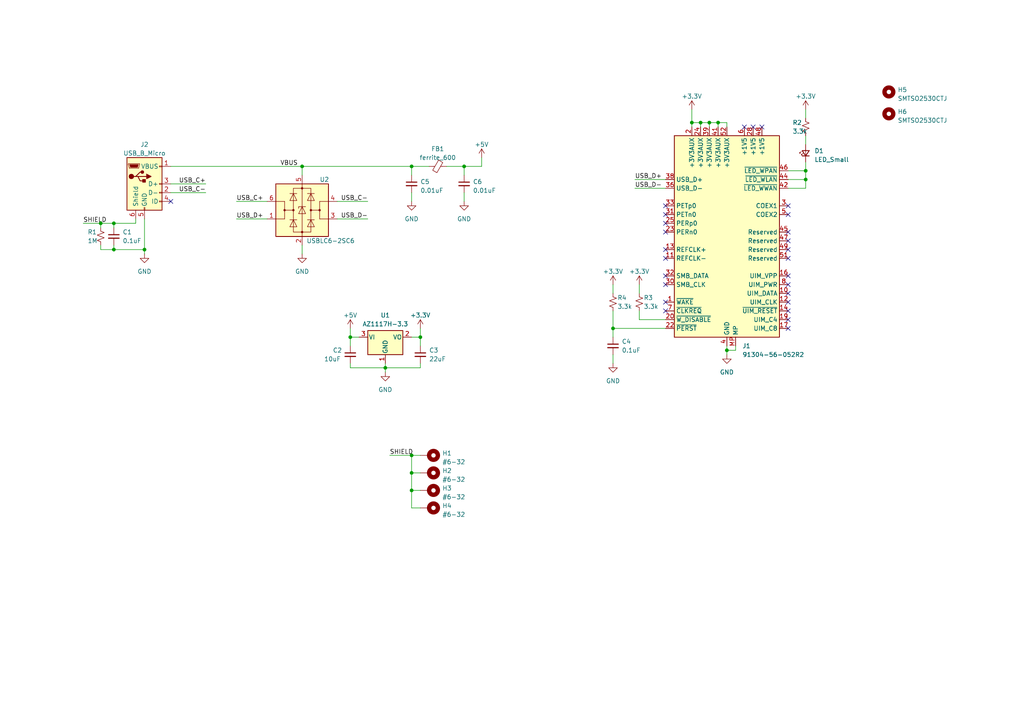
<source format=kicad_sch>
(kicad_sch (version 20230121) (generator eeschema)
  (paper "A4")
  (lib_symbols
    (symbol "Connector:Bus_PCI_Express_Mini"
      (property "Reference" "J" (at -16.51 31.75 0))
      (property "Value" "Bus_PCI_Express_Mini" (at 22.86 31.75 0))
      (symbol "Bus_PCI_Express_Mini_0_1"
        (rectangle (start -15.24 30.48) (end 15.24 -27.94) (stroke (width 0.254)) (fill (type background)))
      )
      (symbol "Bus_PCI_Express_Mini_1_1"
        (pin open_collector line (at -17.78 -17.78 0) (length 2.54) (name "~{WAKE}") (number "1"))
        (pin bidirectional line (at 17.78 -15.24 180) (length 2.54) (name "UIM_DATA") (number "10"))
        (pin input line (at -17.78 -5.08 0) (length 2.54) (name "REFCLK-") (number "11"))
        (pin output line (at 17.78 -17.78 180) (length 2.54) (name "UIM_CLK") (number "12"))
        (pin input line (at -17.78 -2.54 0) (length 2.54) (name "REFCLK+") (number "13"))
        (pin output line (at 17.78 -20.32 180) (length 2.54) (name "~{UIM_RESET}") (number "14"))
        (pin passive line (at 0 -30.48 90) (length 2.54) hide (name "GND") (number "15"))
        (pin power_out line (at 17.78 -10.16 180) (length 2.54) (name "UIM_VPP") (number "16"))
        (pin passive line (at 17.78 -25.4 180) (length 2.54) (name "UIM_C8") (number "17"))
        (pin passive line (at 0 -30.48 90) (length 2.54) hide (name "GND") (number "18"))
        (pin passive line (at 17.78 -22.86 180) (length 2.54) (name "UIM_C4") (number "19"))
        (pin power_in line (at -10.16 33.02 270) (length 2.54) (name "+3V3AUX") (number "2"))
        (pin input line (at -17.78 -22.86 0) (length 2.54) (name "~{W_DISABLE}") (number "20"))
        (pin passive line (at 0 -30.48 90) (length 2.54) hide (name "GND") (number "21"))
        (pin input line (at -17.78 -25.4 0) (length 2.54) (name "~{PERST}") (number "22"))
        (pin output line (at -17.78 2.54 0) (length 2.54) (name "PERn0") (number "23"))
        (pin power_in line (at -7.62 33.02 270) (length 2.54) (name "+3V3AUX") (number "24"))
        (pin output line (at -17.78 5.08 0) (length 2.54) (name "PERp0") (number "25"))
        (pin passive line (at 0 -30.48 90) (length 2.54) hide (name "GND") (number "26"))
        (pin passive line (at 0 -30.48 90) (length 2.54) hide (name "GND") (number "27"))
        (pin power_in line (at 7.62 33.02 270) (length 2.54) (name "+1V5") (number "28"))
        (pin passive line (at 0 -30.48 90) (length 2.54) hide (name "GND") (number "29"))
        (pin passive line (at 17.78 10.16 180) (length 2.54) (name "COEX1") (number "3"))
        (pin input line (at -17.78 -12.7 0) (length 2.54) (name "SMB_CLK") (number "30"))
        (pin input line (at -17.78 7.62 0) (length 2.54) (name "PETn0") (number "31"))
        (pin bidirectional line (at -17.78 -10.16 0) (length 2.54) (name "SMB_DATA") (number "32"))
        (pin input line (at -17.78 10.16 0) (length 2.54) (name "PETp0") (number "33"))
        (pin passive line (at 0 -30.48 90) (length 2.54) hide (name "GND") (number "34"))
        (pin passive line (at 0 -30.48 90) (length 2.54) hide (name "GND") (number "35"))
        (pin bidirectional line (at -17.78 15.24 0) (length 2.54) (name "USB_D-") (number "36"))
        (pin passive line (at 0 -30.48 90) (length 2.54) hide (name "GND") (number "37"))
        (pin bidirectional line (at -17.78 17.78 0) (length 2.54) (name "USB_D+") (number "38"))
        (pin power_in line (at -5.08 33.02 270) (length 2.54) (name "+3V3AUX") (number "39"))
        (pin power_in line (at 0 -30.48 90) (length 2.54) (name "GND") (number "4"))
        (pin passive line (at 0 -30.48 90) (length 2.54) hide (name "GND") (number "40"))
        (pin power_in line (at -2.54 33.02 270) (length 2.54) (name "+3V3AUX") (number "41"))
        (pin open_collector line (at 17.78 15.24 180) (length 2.54) (name "~{LED_WWAN}") (number "42"))
        (pin passive line (at 0 -30.48 90) (length 2.54) hide (name "GND") (number "43"))
        (pin open_collector line (at 17.78 17.78 180) (length 2.54) (name "~{LED_WLAN}") (number "44"))
        (pin passive line (at 17.78 2.54 180) (length 2.54) (name "Reserved") (number "45"))
        (pin open_collector line (at 17.78 20.32 180) (length 2.54) (name "~{LED_WPAN}") (number "46"))
        (pin passive line (at 17.78 0 180) (length 2.54) (name "Reserved") (number "47"))
        (pin power_in line (at 10.16 33.02 270) (length 2.54) (name "+1V5") (number "48"))
        (pin passive line (at 17.78 -2.54 180) (length 2.54) (name "Reserved") (number "49"))
        (pin passive line (at 17.78 7.62 180) (length 2.54) (name "COEX2") (number "5"))
        (pin passive line (at 0 -30.48 90) (length 2.54) hide (name "GND") (number "50"))
        (pin passive line (at 17.78 -5.08 180) (length 2.54) (name "Reserved") (number "51"))
        (pin power_in line (at 0 33.02 270) (length 2.54) (name "+3V3AUX") (number "52"))
        (pin power_in line (at 5.08 33.02 270) (length 2.54) (name "+1V5") (number "6"))
        (pin open_collector line (at -17.78 -20.32 0) (length 2.54) (name "~{CLKREQ}") (number "7"))
        (pin power_out line (at 17.78 -12.7 180) (length 2.54) (name "UIM_PWR") (number "8"))
        (pin passive line (at 0 -30.48 90) (length 2.54) hide (name "GND") (number "9"))
        (pin passive line (at 2.54 -30.48 90) (length 2.54) (name "MP") (number "MP"))
      )
    )
    (symbol "Connector:USB_B_Micro" (pin_names (offset 1.016))
      (property "Reference" "J" (at -5.08 11.43 0))
      (property "Value" "USB_B_Micro" (at -5.08 8.89 0))
      (symbol "USB_B_Micro_0_1"
        (rectangle (start -5.08 -7.62) (end 5.08 7.62) (stroke (width 0.254)) (fill (type background)))
        (circle (center -3.81 2.159) (radius 0.635) (stroke (width 0.254)) (fill (type outline)))
        (circle (center -0.635 3.429) (radius 0.381) (stroke (width 0.254)) (fill (type outline)))
        (rectangle (start -0.127 -7.62) (end 0.127 -6.858))
        (polyline (pts (xy -1.905 2.159) (xy 0.635 2.159)) (stroke (width 0.254)))
        (polyline (pts (xy -3.175 2.159) (xy -2.54 2.159) (xy -1.27 3.429) (xy -0.635 3.429)) (stroke (width 0.254)))
        (polyline (pts (xy -2.54 2.159) (xy -1.905 2.159) (xy -1.27 0.889) (xy 0 0.889)) (stroke (width 0.254)))
        (polyline (pts (xy 0.635 2.794) (xy 0.635 1.524) (xy 1.905 2.159) (xy 0.635 2.794)) (stroke (width 0.254)) (fill (type outline)))
        (polyline (pts (xy -4.318 5.588) (xy -1.778 5.588) (xy -2.032 4.826) (xy -4.064 4.826) (xy -4.318 5.588)) (fill (type outline)))
        (polyline (pts (xy -4.699 5.842) (xy -4.699 5.588) (xy -4.445 4.826) (xy -4.445 4.572) (xy -1.651 4.572) (xy -1.651 4.826) (xy -1.397 5.588) (xy -1.397 5.842) (xy -4.699 5.842)))
        (rectangle (start 0.254 1.27) (end -0.508 0.508) (stroke (width 0.254)) (fill (type outline)))
        (rectangle (start 5.08 -5.207) (end 4.318 -4.953))
        (rectangle (start 5.08 -2.667) (end 4.318 -2.413))
        (rectangle (start 5.08 -0.127) (end 4.318 0.127))
        (rectangle (start 5.08 4.953) (end 4.318 5.207))
      )
      (symbol "USB_B_Micro_1_1"
        (pin power_out line (at 7.62 5.08 180) (length 2.54) (name "VBUS") (number "1"))
        (pin bidirectional line (at 7.62 -2.54 180) (length 2.54) (name "D-") (number "2"))
        (pin bidirectional line (at 7.62 0 180) (length 2.54) (name "D+") (number "3"))
        (pin passive line (at 7.62 -5.08 180) (length 2.54) (name "ID") (number "4"))
        (pin power_out line (at 0 -10.16 90) (length 2.54) (name "GND") (number "5"))
        (pin passive line (at -2.54 -10.16 90) (length 2.54) (name "Shield") (number "6"))
      )
    )
    (symbol "Device:C_Small" (pin_numbers hide) (pin_names (offset 0.254) hide)
      (property "Reference" "C" (at 0.254 1.778 0))
      (property "Value" "C_Small" (at 0.254 -2.032 0))
      (symbol "C_Small_0_1"
        (polyline (pts (xy -1.524 -0.508) (xy 1.524 -0.508)) (stroke (width 0.3302)))
        (polyline (pts (xy -1.524 0.508) (xy 1.524 0.508)) (stroke (width 0.3048)))
      )
      (symbol "C_Small_1_1"
        (pin passive line (at 0 2.54 270) (length 2.032) (name "~") (number "1"))
        (pin passive line (at 0 -2.54 90) (length 2.032) (name "~") (number "2"))
      )
    )
    (symbol "Device:FerriteBead_Small" (pin_numbers hide) (pin_names (offset 0))
      (property "Reference" "FB" (at 1.905 1.27 0))
      (property "Value" "FerriteBead_Small" (at 1.905 -1.27 0))
      (symbol "FerriteBead_Small_0_1"
        (polyline (pts (xy 0 -1.27) (xy 0 -0.7874)))
        (polyline (pts (xy 0 0.889) (xy 0 1.2954)))
        (polyline (pts (xy -1.8288 0.2794) (xy -1.1176 1.4986) (xy 1.8288 -0.2032) (xy 1.1176 -1.4224) (xy -1.8288 0.2794)))
      )
      (symbol "FerriteBead_Small_1_1"
        (pin passive line (at 0 2.54 270) (length 1.27) (name "~") (number "1"))
        (pin passive line (at 0 -2.54 90) (length 1.27) (name "~") (number "2"))
      )
    )
    (symbol "Device:LED_Small" (pin_numbers hide) (pin_names (offset 0.254) hide)
      (property "Reference" "D" (at -1.27 3.175 0))
      (property "Value" "LED_Small" (at -4.445 -2.54 0))
      (symbol "LED_Small_0_1"
        (polyline (pts (xy -0.762 -1.016) (xy -0.762 1.016)) (stroke (width 0.254)))
        (polyline (pts (xy 1.016 0) (xy -0.762 0)))
        (polyline (pts (xy 0.762 -1.016) (xy -0.762 0) (xy 0.762 1.016) (xy 0.762 -1.016)) (stroke (width 0.254)))
        (polyline (pts (xy 0 0.762) (xy -0.508 1.27) (xy -0.254 1.27) (xy -0.508 1.27) (xy -0.508 1.016)))
        (polyline (pts (xy 0.508 1.27) (xy 0 1.778) (xy 0.254 1.778) (xy 0 1.778) (xy 0 1.524)))
      )
      (symbol "LED_Small_1_1"
        (pin passive line (at -2.54 0 0) (length 1.778) (name "K") (number "1"))
        (pin passive line (at 2.54 0 180) (length 1.778) (name "A") (number "2"))
      )
    )
    (symbol "Device:R_Small_US" (pin_numbers hide) (pin_names (offset 0.254) hide)
      (property "Reference" "R" (at 0.762 0.508 0))
      (property "Value" "R_Small_US" (at 0.762 -1.016 0))
      (symbol "R_Small_US_1_1"
        (polyline (pts (xy 0 0) (xy 1.016 -0.381) (xy 0 -0.762) (xy -1.016 -1.143) (xy 0 -1.524)))
        (polyline (pts (xy 0 1.524) (xy 1.016 1.143) (xy 0 0.762) (xy -1.016 0.381) (xy 0 0)))
        (pin passive line (at 0 2.54 270) (length 1.016) (name "~") (number "1"))
        (pin passive line (at 0 -2.54 90) (length 1.016) (name "~") (number "2"))
      )
    )
    (symbol "Mechanical:MountingHole" (pin_names (offset 1.016))
      (property "Reference" "H" (at 0 5.08 0))
      (property "Value" "MountingHole" (at 0 3.175 0))
      (symbol "MountingHole_0_1"
        (circle (center 0 0) (radius 1.27) (stroke (width 1.27)))
      )
    )
    (symbol "Mechanical:MountingHole_Pad" (pin_numbers hide) (pin_names (offset 1.016) hide)
      (property "Reference" "H" (at 0 6.35 0))
      (property "Value" "MountingHole_Pad" (at 0 4.445 0))
      (symbol "MountingHole_Pad_0_1"
        (circle (center 0 1.27) (radius 1.27) (stroke (width 1.27)))
      )
      (symbol "MountingHole_Pad_1_1"
        (pin input line (at 0 -2.54 90) (length 2.54) (name "1") (number "1"))
      )
    )
    (symbol "Power_Protection:USBLC6-2SC6" (pin_names hide)
      (property "Reference" "U" (at 2.54 8.89 0))
      (property "Value" "USBLC6-2SC6" (at 2.54 -8.89 0))
      (symbol "USBLC6-2SC6_0_1"
        (rectangle (start -7.62 -7.62) (end 7.62 7.62) (stroke (width 0.254)) (fill (type background)))
        (circle (center -5.08 0) (radius 0.254) (fill (type outline)))
        (circle (center -2.54 0) (radius 0.254) (fill (type outline)))
        (rectangle (start -2.54 6.35) (end 2.54 -6.35))
        (circle (center 0 -6.35) (radius 0.254) (fill (type outline)))
        (polyline (pts (xy -5.08 -2.54) (xy -7.62 -2.54)))
        (polyline (pts (xy -5.08 0) (xy -5.08 -2.54)))
        (polyline (pts (xy -5.08 2.54) (xy -7.62 2.54)))
        (polyline (pts (xy -1.524 -2.794) (xy -3.556 -2.794)))
        (polyline (pts (xy -1.524 4.826) (xy -3.556 4.826)))
        (polyline (pts (xy 0 -7.62) (xy 0 -6.35)))
        (polyline (pts (xy 0 -6.35) (xy 0 1.27)))
        (polyline (pts (xy 0 1.27) (xy 0 6.35)))
        (polyline (pts (xy 0 6.35) (xy 0 7.62)))
        (polyline (pts (xy 1.524 -2.794) (xy 3.556 -2.794)))
        (polyline (pts (xy 1.524 4.826) (xy 3.556 4.826)))
        (polyline (pts (xy 5.08 -2.54) (xy 7.62 -2.54)))
        (polyline (pts (xy 5.08 0) (xy 5.08 -2.54)))
        (polyline (pts (xy 5.08 2.54) (xy 7.62 2.54)))
        (polyline (pts (xy -2.54 0) (xy -5.08 0) (xy -5.08 2.54)))
        (polyline (pts (xy 2.54 0) (xy 5.08 0) (xy 5.08 2.54)))
        (polyline (pts (xy -3.556 -4.826) (xy -1.524 -4.826) (xy -2.54 -2.794) (xy -3.556 -4.826)))
        (polyline (pts (xy -3.556 2.794) (xy -1.524 2.794) (xy -2.54 4.826) (xy -3.556 2.794)))
        (polyline (pts (xy -1.016 -1.016) (xy 1.016 -1.016) (xy 0 1.016) (xy -1.016 -1.016)))
        (polyline (pts (xy 1.016 1.016) (xy 0.762 1.016) (xy -1.016 1.016) (xy -1.016 0.508)))
        (polyline (pts (xy 3.556 -4.826) (xy 1.524 -4.826) (xy 2.54 -2.794) (xy 3.556 -4.826)))
        (polyline (pts (xy 3.556 2.794) (xy 1.524 2.794) (xy 2.54 4.826) (xy 3.556 2.794)))
        (circle (center 0 6.35) (radius 0.254) (fill (type outline)))
        (circle (center 2.54 0) (radius 0.254) (fill (type outline)))
        (circle (center 5.08 0) (radius 0.254) (fill (type outline)))
      )
      (symbol "USBLC6-2SC6_1_1"
        (pin passive line (at -10.16 -2.54 0) (length 2.54) (name "I/O1") (number "1"))
        (pin passive line (at 0 -10.16 90) (length 2.54) (name "GND") (number "2"))
        (pin passive line (at 10.16 -2.54 180) (length 2.54) (name "I/O2") (number "3"))
        (pin passive line (at 10.16 2.54 180) (length 2.54) (name "I/O2") (number "4"))
        (pin passive line (at 0 10.16 270) (length 2.54) (name "VBUS") (number "5"))
        (pin passive line (at -10.16 2.54 0) (length 2.54) (name "I/O1") (number "6"))
      )
    )
    (symbol "Regulator_Linear:AZ1117-3.3" (pin_names (offset 0.254))
      (property "Reference" "U" (at -3.81 3.175 0))
      (property "Value" "AZ1117-3.3" (at 0 3.175 0))
      (symbol "AZ1117-3.3_0_1"
        (rectangle (start -5.08 1.905) (end 5.08 -5.08) (stroke (width 0.254)) (fill (type background)))
      )
      (symbol "AZ1117-3.3_1_1"
        (pin power_in line (at 0 -7.62 90) (length 2.54) (name "GND") (number "1"))
        (pin power_out line (at 7.62 0 180) (length 2.54) (name "VO") (number "2"))
        (pin power_in line (at -7.62 0 0) (length 2.54) (name "VI") (number "3"))
      )
    )
    (symbol "power:+3.3V" (power) (pin_names (offset 0))
      (property "Value" "+3.3V" (at 0 3.556 0))
      (symbol "+3.3V_0_1"
        (polyline (pts (xy -0.762 1.27) (xy 0 2.54)))
        (polyline (pts (xy 0 0) (xy 0 2.54)))
        (polyline (pts (xy 0 2.54) (xy 0.762 1.27)))
      )
      (symbol "+3.3V_1_1"
        (pin power_in line (at 0 0 90) (length 0) hide (name "+3.3V") (number "1"))
      )
    )
    (symbol "power:+5V" (power) (pin_names (offset 0))
      (property "Value" "+5V" (at 0 3.556 0))
      (symbol "+5V_0_1"
        (polyline (pts (xy -0.762 1.27) (xy 0 2.54)))
        (polyline (pts (xy 0 0) (xy 0 2.54)))
        (polyline (pts (xy 0 2.54) (xy 0.762 1.27)))
      )
      (symbol "+5V_1_1"
        (pin power_in line (at 0 0 90) (length 0) hide (name "+5V") (number "1"))
      )
    )
    (symbol "power:GND" (power) (pin_names (offset 0))
      (property "Value" "GND" (at 0 -3.81 0))
      (symbol "GND_0_1"
        (polyline (pts (xy 0 0) (xy 0 -1.27) (xy 1.27 -1.27) (xy 0 -2.54) (xy -1.27 -1.27) (xy 0 -1.27)))
      )
      (symbol "GND_1_1"
        (pin power_in line (at 0 0 270) (length 0) hide (name "GND") (number "1"))
      )
    )
  )
  (junction (at 119.38 132.08))
  (junction (at 29.21 64.77))
  (junction (at 200.66 35.56))
  (junction (at 33.02 72.39))
  (junction (at 119.38 142.24))
  (junction (at 203.2 35.56))
  (junction (at 205.74 35.56))
  (junction (at 233.68 49.53))
  (junction (at 121.92 97.79))
  (junction (at 111.76 106.68))
  (junction (at 101.6 97.79))
  (junction (at 33.02 64.77))
  (junction (at 208.28 35.56))
  (junction (at 134.62 48.26))
  (junction (at 119.38 48.26))
  (junction (at 119.38 137.16))
  (junction (at 210.82 101.6))
  (junction (at 177.8 95.25))
  (junction (at 233.68 52.07))
  (junction (at 41.91 72.39))
  (junction (at 87.63 48.26))
  (no_connect (at 228.6 82.55))
  (no_connect (at 193.04 90.17))
  (no_connect (at 228.6 74.93))
  (no_connect (at 193.04 82.55))
  (no_connect (at 193.04 74.93))
  (no_connect (at 228.6 72.39))
  (no_connect (at 193.04 87.63))
  (no_connect (at 228.6 62.23))
  (no_connect (at 193.04 67.31))
  (no_connect (at 193.04 59.69))
  (no_connect (at 228.6 69.85))
  (no_connect (at 49.53 58.42))
  (no_connect (at 215.9 36.83))
  (no_connect (at 193.04 80.01))
  (no_connect (at 228.6 80.01))
  (no_connect (at 228.6 67.31))
  (no_connect (at 193.04 72.39))
  (no_connect (at 193.04 62.23))
  (no_connect (at 228.6 85.09))
  (no_connect (at 220.98 36.83))
  (no_connect (at 218.44 36.83))
  (no_connect (at 228.6 59.69))
  (no_connect (at 228.6 92.71))
  (no_connect (at 228.6 90.17))
  (no_connect (at 193.04 64.77))
  (no_connect (at 228.6 87.63))
  (no_connect (at 228.6 95.25))
  (wire (pts (xy 87.63 71.12) (xy 87.63 73.66)))
  (wire (pts (xy 129.54 48.26) (xy 134.62 48.26)))
  (wire (pts (xy 29.21 72.39) (xy 33.02 72.39)))
  (wire (pts (xy 177.8 102.87) (xy 177.8 105.41)))
  (wire (pts (xy 121.92 95.25) (xy 121.92 97.79)))
  (wire (pts (xy 97.79 58.42) (xy 106.68 58.42)))
  (wire (pts (xy 185.42 92.71) (xy 185.42 90.17)))
  (wire (pts (xy 205.74 35.56) (xy 205.74 36.83)))
  (wire (pts (xy 233.68 54.61) (xy 233.68 52.07)))
  (wire (pts (xy 228.6 54.61) (xy 233.68 54.61)))
  (wire (pts (xy 33.02 71.12) (xy 33.02 72.39)))
  (wire (pts (xy 29.21 64.77) (xy 29.21 66.04)))
  (wire (pts (xy 119.38 142.24) (xy 119.38 147.32)))
  (wire (pts (xy 208.28 35.56) (xy 205.74 35.56)))
  (wire (pts (xy 121.92 97.79) (xy 121.92 100.33)))
  (wire (pts (xy 184.15 54.61) (xy 193.04 54.61)))
  (wire (pts (xy 39.37 64.77) (xy 33.02 64.77)))
  (wire (pts (xy 33.02 64.77) (xy 33.02 66.04)))
  (wire (pts (xy 101.6 105.41) (xy 101.6 106.68)))
  (wire (pts (xy 210.82 35.56) (xy 208.28 35.56)))
  (wire (pts (xy 233.68 31.75) (xy 233.68 34.29)))
  (wire (pts (xy 68.58 63.5) (xy 77.47 63.5)))
  (wire (pts (xy 184.15 52.07) (xy 193.04 52.07)))
  (wire (pts (xy 228.6 52.07) (xy 233.68 52.07)))
  (wire (pts (xy 233.68 52.07) (xy 233.68 49.53)))
  (wire (pts (xy 200.66 35.56) (xy 200.66 36.83)))
  (wire (pts (xy 193.04 92.71) (xy 185.42 92.71)))
  (wire (pts (xy 134.62 48.26) (xy 134.62 50.8)))
  (wire (pts (xy 101.6 97.79) (xy 104.14 97.79)))
  (wire (pts (xy 208.28 35.56) (xy 208.28 36.83)))
  (wire (pts (xy 29.21 71.12) (xy 29.21 72.39)))
  (wire (pts (xy 97.79 63.5) (xy 106.68 63.5)))
  (wire (pts (xy 113.03 132.08) (xy 119.38 132.08)))
  (wire (pts (xy 119.38 55.88) (xy 119.38 58.42)))
  (wire (pts (xy 185.42 82.55) (xy 185.42 85.09)))
  (wire (pts (xy 33.02 72.39) (xy 41.91 72.39)))
  (wire (pts (xy 119.38 142.24) (xy 121.92 142.24)))
  (wire (pts (xy 101.6 95.25) (xy 101.6 97.79)))
  (wire (pts (xy 205.74 35.56) (xy 203.2 35.56)))
  (wire (pts (xy 124.46 48.26) (xy 119.38 48.26)))
  (wire (pts (xy 101.6 106.68) (xy 111.76 106.68)))
  (wire (pts (xy 210.82 101.6) (xy 210.82 102.87)))
  (wire (pts (xy 121.92 106.68) (xy 121.92 105.41)))
  (wire (pts (xy 111.76 105.41) (xy 111.76 106.68)))
  (wire (pts (xy 87.63 48.26) (xy 119.38 48.26)))
  (wire (pts (xy 68.58 58.42) (xy 77.47 58.42)))
  (wire (pts (xy 41.91 72.39) (xy 41.91 73.66)))
  (wire (pts (xy 177.8 95.25) (xy 177.8 97.79)))
  (wire (pts (xy 49.53 55.88) (xy 59.69 55.88)))
  (wire (pts (xy 41.91 63.5) (xy 41.91 72.39)))
  (wire (pts (xy 119.38 142.24) (xy 119.38 137.16)))
  (wire (pts (xy 139.7 48.26) (xy 134.62 48.26)))
  (wire (pts (xy 29.21 64.77) (xy 24.13 64.77)))
  (wire (pts (xy 119.38 48.26) (xy 119.38 50.8)))
  (wire (pts (xy 210.82 36.83) (xy 210.82 35.56)))
  (wire (pts (xy 119.38 137.16) (xy 121.92 137.16)))
  (wire (pts (xy 233.68 39.37) (xy 233.68 41.91)))
  (wire (pts (xy 111.76 106.68) (xy 111.76 107.95)))
  (wire (pts (xy 177.8 90.17) (xy 177.8 95.25)))
  (wire (pts (xy 119.38 132.08) (xy 121.92 132.08)))
  (wire (pts (xy 203.2 35.56) (xy 203.2 36.83)))
  (wire (pts (xy 49.53 48.26) (xy 87.63 48.26)))
  (wire (pts (xy 210.82 100.33) (xy 210.82 101.6)))
  (wire (pts (xy 119.38 147.32) (xy 121.92 147.32)))
  (wire (pts (xy 101.6 97.79) (xy 101.6 100.33)))
  (wire (pts (xy 228.6 49.53) (xy 233.68 49.53)))
  (wire (pts (xy 119.38 97.79) (xy 121.92 97.79)))
  (wire (pts (xy 177.8 82.55) (xy 177.8 85.09)))
  (wire (pts (xy 213.36 101.6) (xy 210.82 101.6)))
  (wire (pts (xy 177.8 95.25) (xy 193.04 95.25)))
  (wire (pts (xy 49.53 53.34) (xy 59.69 53.34)))
  (wire (pts (xy 87.63 48.26) (xy 87.63 50.8)))
  (wire (pts (xy 139.7 45.72) (xy 139.7 48.26)))
  (wire (pts (xy 39.37 63.5) (xy 39.37 64.77)))
  (wire (pts (xy 233.68 49.53) (xy 233.68 46.99)))
  (wire (pts (xy 33.02 64.77) (xy 29.21 64.77)))
  (wire (pts (xy 200.66 31.75) (xy 200.66 35.56)))
  (wire (pts (xy 213.36 100.33) (xy 213.36 101.6)))
  (wire (pts (xy 203.2 35.56) (xy 200.66 35.56)))
  (wire (pts (xy 134.62 55.88) (xy 134.62 58.42)))
  (wire (pts (xy 111.76 106.68) (xy 121.92 106.68)))
  (wire (pts (xy 119.38 137.16) (xy 119.38 132.08)))
  (label "USB_D+" (at 68.58 63.5 0))
  (label "USB_D+" (at 184.15 52.07 0))
  (label "USB_C-" (at 59.69 55.88 180))
  (label "USB_C-" (at 106.68 58.42 180))
  (label "VBUS" (at 81.28 48.26 0))
  (label "SHIELD" (at 24.13 64.77 0))
  (label "USB_D-" (at 106.68 63.5 180))
  (label "SHIELD" (at 113.03 132.08 0))
  (label "USB_D-" (at 184.15 54.61 0))
  (label "USB_C+" (at 59.69 53.34 180))
  (label "USB_C+" (at 68.58 58.42 0))
  (symbol (lib_id "Device:C_Small") (at 119.38 53.34 0) (unit 1)
    (property "Reference" "C5" (at 121.92 52.7113 0) (effects (justify left)))
    (property "Value" "0.01uF" (at 121.92 55.2513 0) (effects (justify left)))
    (property "Footprint" "Capacitor_SMD:C_0603_1608Metric" (effects hide))
    (property "LCSC" "C57112" (effects hide))
  )
  (symbol (lib_id "Mechanical:MountingHole") (at 257.81 33.02 0) (unit 1)
    (property "Reference" "H6" (at 260.35 32.385 0) (effects (justify left)))
    (property "Value" "SMTSO2530CTJ" (at 260.35 34.925 0) (effects (justify left)))
    (property "Footprint" "parts:SMTSO25" (effects hide))
    (property "LCSC" "C2915631" (effects hide))
  )
  (symbol (lib_id "Mechanical:MountingHole_Pad") (at 124.46 147.32 270) (unit 1)
    (property "Reference" "H4" (at 128.27 146.685 90) (effects (justify left)))
    (property "Value" "#6-32" (at 128.27 149.225 90) (effects (justify left)))
    (property "Footprint" "parts:MountingHole_6-32_Pad" (effects hide))
  )
  (symbol (lib_id "Device:R_Small_US") (at 233.68 36.83 0) (unit 1)
    (property "Reference" "R2" (at 229.87 35.56 0) (effects (justify left)))
    (property "Value" "3.3k" (at 229.87 38.1 0) (effects (justify left)))
    (property "Footprint" "Resistor_SMD:R_0603_1608Metric" (effects hide))
    (property "LCSC" "C22978" (effects hide))
  )
  (symbol (lib_id "Power_Protection:USBLC6-2SC6") (at 87.63 60.96 0) (unit 1)
    (property "Reference" "U2" (at 92.71 52.07 0) (effects (justify left)))
    (property "Value" "USBLC6-2SC6" (at 88.9 69.85 0) (effects (justify left)))
    (property "Footprint" "Package_TO_SOT_SMD:SOT-23-6" (effects hide))
    (property "Datasheet" "https://www.st.com/resource/en/datasheet/usblc6-2.pdf" (effects hide))
    (property "LCSC" "C7519" (effects hide))
  )
  (symbol (lib_id "power:+3.3V") (at 200.66 31.75 0) (unit 1)
    (property "Reference" "#PWR01" (effects hide))
    (property "Value" "+3.3V" (at 200.66 27.94 0))
  )
  (symbol (lib_id "Device:C_Small") (at 134.62 53.34 0) (unit 1)
    (property "Reference" "C6" (at 137.16 52.7113 0) (effects (justify left)))
    (property "Value" "0.01uF" (at 137.16 55.2513 0) (effects (justify left)))
    (property "Footprint" "Capacitor_SMD:C_0603_1608Metric" (effects hide))
    (property "LCSC" "C57112" (effects hide))
  )
  (symbol (lib_id "power:GND") (at 134.62 58.42 0) (unit 1)
    (property "Reference" "#PWR014" (effects hide))
    (property "Value" "GND" (at 134.62 63.5 0))
  )
  (symbol (lib_id "power:GND") (at 87.63 73.66 0) (unit 1)
    (property "Reference" "#PWR012" (effects hide))
    (property "Value" "GND" (at 87.63 78.74 0))
  )
  (symbol (lib_id "power:+3.3V") (at 233.68 31.75 0) (unit 1)
    (property "Reference" "#PWR06" (effects hide))
    (property "Value" "+3.3V" (at 233.68 27.94 0))
  )
  (symbol (lib_id "Connector:USB_B_Micro") (at 41.91 53.34 0) (unit 1)
    (property "Reference" "J2" (at 41.91 41.91 0))
    (property "Value" "USB_B_Micro" (at 41.91 44.45 0))
    (property "Footprint" "Connector_USB:USB_Mini-B_Wuerth_65100516121_Horizontal" (effects hide))
    (property "LCSC" "C2681563" (effects hide))
  )
  (symbol (lib_id "Connector:Bus_PCI_Express_Mini") (at 210.82 69.85 0) (unit 1)
    (property "Reference" "J1" (at 215.3159 100.33 0) (effects (justify left)))
    (property "Value" "91304-56-052R2" (at 215.3159 102.87 0) (effects (justify left)))
    (property "Footprint" "Connector_PCBEdge:BUS_PCI_Express_Mini_Full" (effects hide))
    (property "LCSC" "C404121" (effects hide))
  )
  (symbol (lib_id "power:+3.3V") (at 177.8 82.55 0) (unit 1)
    (property "Reference" "#PWR010" (effects hide))
    (property "Value" "+3.3V" (at 177.8 78.74 0))
  )
  (symbol (lib_id "Device:FerriteBead_Small") (at 127 48.26 90) (unit 1)
    (property "Reference" "FB1" (at 126.9619 43.18 90))
    (property "Value" "ferrite_600" (at 126.9619 45.72 90))
    (property "Footprint" "Inductor_SMD:L_0603_1608Metric" (effects hide))
    (property "LCSC" "C1017" (effects hide))
  )
  (symbol (lib_id "Mechanical:MountingHole_Pad") (at 124.46 142.24 270) (unit 1)
    (property "Reference" "H3" (at 128.27 141.605 90) (effects (justify left)))
    (property "Value" "#6-32" (at 128.27 144.145 90) (effects (justify left)))
    (property "Footprint" "parts:MountingHole_6-32_Pad" (effects hide))
  )
  (symbol (lib_id "power:GND") (at 177.8 105.41 0) (unit 1)
    (property "Reference" "#PWR011" (effects hide))
    (property "Value" "GND" (at 177.8 110.49 0))
  )
  (symbol (lib_id "power:GND") (at 111.76 107.95 0) (unit 1)
    (property "Reference" "#PWR07" (effects hide))
    (property "Value" "GND" (at 111.76 113.03 0))
  )
  (symbol (lib_id "power:GND") (at 210.82 102.87 0) (unit 1)
    (property "Reference" "#PWR05" (effects hide))
    (property "Value" "GND" (at 210.82 107.95 0))
  )
  (symbol (lib_id "Mechanical:MountingHole_Pad") (at 124.46 132.08 270) (unit 1)
    (property "Reference" "H1" (at 128.27 131.445 90) (effects (justify left)))
    (property "Value" "#6-32" (at 128.27 133.985 90) (effects (justify left)))
    (property "Footprint" "parts:MountingHole_6-32_Pad" (effects hide))
  )
  (symbol (lib_id "power:+3.3V") (at 185.42 82.55 0) (unit 1)
    (property "Reference" "#PWR04" (effects hide))
    (property "Value" "+3.3V" (at 185.42 78.74 0))
  )
  (symbol (lib_id "power:+3.3V") (at 121.92 95.25 0) (unit 1)
    (property "Reference" "#PWR09" (effects hide))
    (property "Value" "+3.3V" (at 121.92 91.44 0))
  )
  (symbol (lib_id "power:+5V") (at 139.7 45.72 0) (unit 1)
    (property "Reference" "#PWR02" (effects hide))
    (property "Value" "+5V" (at 139.7 41.91 0))
  )
  (symbol (lib_id "power:GND") (at 41.91 73.66 0) (unit 1)
    (property "Reference" "#PWR03" (effects hide))
    (property "Value" "GND" (at 41.91 78.74 0))
  )
  (symbol (lib_id "power:+5V") (at 101.6 95.25 0) (unit 1)
    (property "Reference" "#PWR08" (effects hide))
    (property "Value" "+5V" (at 101.6 91.44 0))
  )
  (symbol (lib_id "Device:R_Small_US") (at 185.42 87.63 0) (unit 1)
    (property "Reference" "R3" (at 186.69 86.36 0) (effects (justify left)))
    (property "Value" "3.3k" (at 186.69 88.9 0) (effects (justify left)))
    (property "Footprint" "Resistor_SMD:R_0603_1608Metric" (effects hide))
    (property "LCSC" "C22978" (effects hide))
  )
  (symbol (lib_id "Device:R_Small_US") (at 177.8 87.63 0) (unit 1)
    (property "Reference" "R4" (at 179.07 86.36 0) (effects (justify left)))
    (property "Value" "3.3k" (at 179.07 88.9 0) (effects (justify left)))
    (property "Footprint" "Resistor_SMD:R_0603_1608Metric" (effects hide))
    (property "LCSC" "C22978" (effects hide))
  )
  (symbol (lib_id "Device:C_Small") (at 177.8 100.33 0) (unit 1)
    (property "Reference" "C4" (at 180.34 99.06 0) (effects (justify left)))
    (property "Value" "0.1uF" (at 180.34 101.6 0) (effects (justify left)))
    (property "Footprint" "Capacitor_SMD:C_0603_1608Metric" (effects hide))
    (property "LCSC" "C14663" (effects hide))
  )
  (symbol (lib_id "Mechanical:MountingHole") (at 257.81 26.67 0) (unit 1)
    (property "Reference" "H5" (at 260.35 26.035 0) (effects (justify left)))
    (property "Value" "SMTSO2530CTJ" (at 260.35 28.575 0) (effects (justify left)))
    (property "Footprint" "parts:SMTSO25" (effects hide))
    (property "LCSC" "C2915631" (effects hide))
  )
  (symbol (lib_id "Device:R_Small_US") (at 29.21 68.58 0) (unit 1)
    (property "Reference" "R1" (at 25.4 67.31 0) (effects (justify left)))
    (property "Value" "1M" (at 25.4 69.85 0) (effects (justify left)))
    (property "Footprint" "Resistor_SMD:R_0603_1608Metric" (effects hide))
    (property "LCSC" "C22935" (effects hide))
  )
  (symbol (lib_id "Regulator_Linear:AZ1117-3.3") (at 111.76 97.79 0) (unit 1)
    (property "Reference" "U1" (at 111.76 91.44 0))
    (property "Value" "AZ1117H-3.3" (at 111.76 93.98 0))
    (property "Footprint" "Package_TO_SOT_SMD:SOT-223-3_TabPin2" (effects hide))
    (property "Datasheet" "https://www.diodes.com/assets/Datasheets/AZ1117.pdf" (effects hide))
    (property "LCSC" "C92517" (effects hide))
  )
  (symbol (lib_id "Device:C_Small") (at 121.92 102.87 0) (unit 1)
    (property "Reference" "C3" (at 124.46 101.6 0) (effects (justify left)))
    (property "Value" "22uF" (at 124.46 104.14 0) (effects (justify left)))
    (property "Footprint" "Capacitor_SMD:C_1206_3216Metric" (effects hide))
    (property "LCSC" "C12891" (effects hide))
  )
  (symbol (lib_id "Device:C_Small") (at 33.02 68.58 0) (unit 1)
    (property "Reference" "C1" (at 35.56 67.31 0) (effects (justify left)))
    (property "Value" "0.1uF" (at 35.56 69.85 0) (effects (justify left)))
    (property "Footprint" "Capacitor_SMD:C_0603_1608Metric" (effects hide))
    (property "LCSC" "C14663" (effects hide))
  )
  (symbol (lib_id "Device:C_Small") (at 101.6 102.87 0) (unit 1)
    (property "Reference" "C2" (at 96.52 101.6 0) (effects (justify left)))
    (property "Value" "10uF" (at 93.98 104.14 0) (effects (justify left)))
    (property "Footprint" "Capacitor_SMD:C_1206_3216Metric" (effects hide))
    (property "LCSC" "C13585" (effects hide))
  )
  (symbol (lib_id "power:GND") (at 119.38 58.42 0) (unit 1)
    (property "Reference" "#PWR013" (effects hide))
    (property "Value" "GND" (at 119.38 63.5 0))
  )
  (symbol (lib_id "Device:LED_Small") (at 233.68 44.45 90) (unit 1)
    (property "Reference" "D1" (at 236.22 43.7515 90) (effects (justify right)))
    (property "Value" "LED_Small" (at 236.22 46.2915 90) (effects (justify right)))
    (property "Footprint" "LED_SMD:LED_0603_1608Metric" (effects hide))
    (property "LCSC" "C72041" (effects hide))
  )
  (symbol (lib_id "Mechanical:MountingHole_Pad") (at 124.46 137.16 270) (unit 1)
    (property "Reference" "H2" (at 128.27 136.525 90) (effects (justify left)))
    (property "Value" "#6-32" (at 128.27 139.065 90) (effects (justify left)))
    (property "Footprint" "parts:MountingHole_6-32_Pad" (effects hide))
  )
)
</source>
